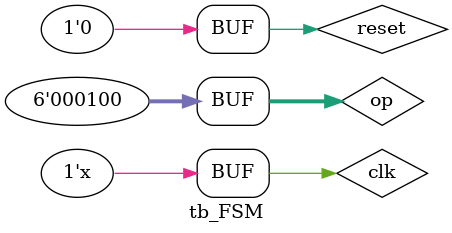
<source format=v>
`timescale 1ns / 1ps


module tb_FSM;

	// Inputs
	reg clk;
	reg reset;
	reg [5:0] op;

	// Outputs
	wire PCWriteCond;
	wire PCwrite;
	wire IorD;
	wire MemRead;
	wire MemWrite;
	wire MemtoReg;
	wire IRwrite;
	wire ALUsrcA;
	wire Regwrite;
	wire RegDst;
	wire [1:0] ALUsrcB;
	wire [1:0] ALUOp;
	wire [1:0] PCsource;

	// Instantiate the Unit Under Test (UUT)
	FSM uut (
		.clk(clk), 
		.reset(reset), 
		.op(op), 
		.PCWriteCond(PCWriteCond), 
		.PCwrite(PCwrite), 
		.IorD(IorD), 
		.MemRead(MemRead), 
		.MemWrite(MemWrite), 
		.MemtoReg(MemtoReg), 
		.IRwrite(IRwrite), 
		.ALUsrcA(ALUsrcA), 
		.Regwrite(Regwrite), 
		.RegDst(RegDst), 
		.ALUsrcB(ALUsrcB), 
		.ALUOp(ALUOp), 
		.PCsource(PCsource)
	);

	always #5 clk=~clk;
	initial begin
		// Initialize Inputs
		clk = 1;
		reset = 1;

		// Wait 100 ns for global reset to finish
		#40;
		reset = 0;
		op = 6'b000000;
      
		
		#40;
		op = 6'b000001;
		#30;
		op = 6'd2;
		#30;
		op = 6'd3;
		#50;
		op = 6'd4;
		#40;
		
		// Add stimulus here

	end
      
endmodule


</source>
